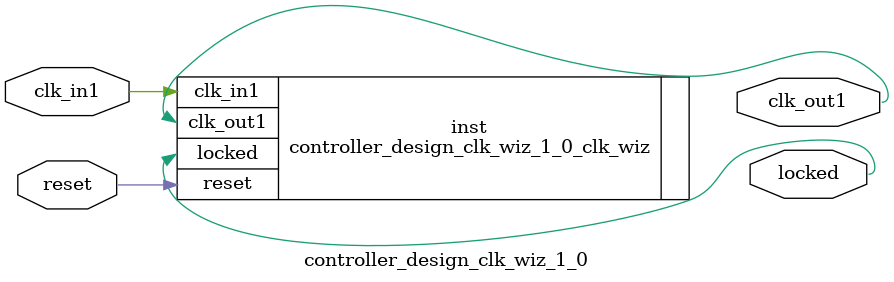
<source format=v>


`timescale 1ps/1ps

(* CORE_GENERATION_INFO = "controller_design_clk_wiz_1_0,clk_wiz_v6_0_11_0_0,{component_name=controller_design_clk_wiz_1_0,use_phase_alignment=true,use_min_o_jitter=false,use_max_i_jitter=false,use_dyn_phase_shift=false,use_inclk_switchover=false,use_dyn_reconfig=false,enable_axi=0,feedback_source=FDBK_AUTO,PRIMITIVE=MMCM,num_out_clk=1,clkin1_period=10.000,clkin2_period=10.000,use_power_down=false,use_reset=true,use_locked=true,use_inclk_stopped=false,feedback_type=SINGLE,CLOCK_MGR_TYPE=NA,manual_override=false}" *)

module controller_design_clk_wiz_1_0 
 (
  // Clock out ports
  output        clk_out1,
  // Status and control signals
  input         reset,
  output        locked,
 // Clock in ports
  input         clk_in1
 );

  controller_design_clk_wiz_1_0_clk_wiz inst
  (
  // Clock out ports  
  .clk_out1(clk_out1),
  // Status and control signals               
  .reset(reset), 
  .locked(locked),
 // Clock in ports
  .clk_in1(clk_in1)
  );

endmodule

</source>
